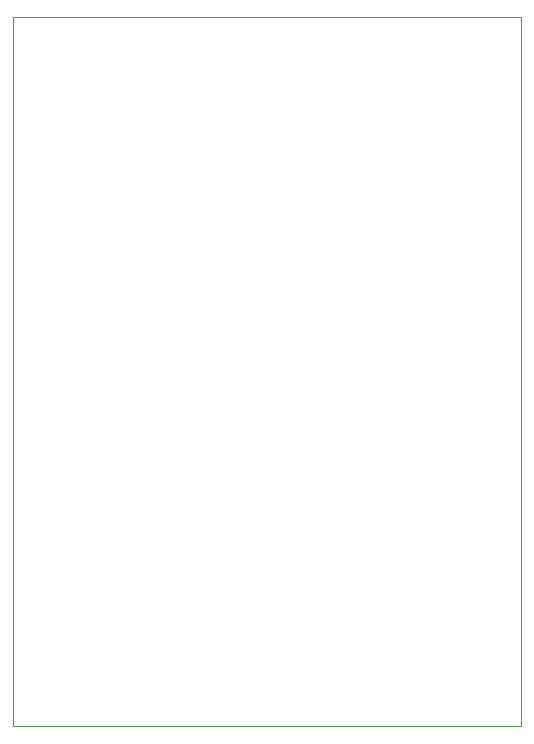
<source format=gbr>
%TF.GenerationSoftware,KiCad,Pcbnew,9.0.4-9.0.4-0~ubuntu24.04.1*%
%TF.CreationDate,2025-09-20T20:46:36+02:00*%
%TF.ProjectId,Sensor_Node_Base,53656e73-6f72-45f4-9e6f-64655f426173,rev?*%
%TF.SameCoordinates,Original*%
%TF.FileFunction,Profile,NP*%
%FSLAX46Y46*%
G04 Gerber Fmt 4.6, Leading zero omitted, Abs format (unit mm)*
G04 Created by KiCad (PCBNEW 9.0.4-9.0.4-0~ubuntu24.04.1) date 2025-09-20 20:46:36*
%MOMM*%
%LPD*%
G01*
G04 APERTURE LIST*
%TA.AperFunction,Profile*%
%ADD10C,0.050000*%
%TD*%
G04 APERTURE END LIST*
D10*
X121620000Y-78365825D02*
X164620000Y-78365825D01*
X164620000Y-138355825D01*
X121620000Y-138355825D01*
X121620000Y-78365825D01*
M02*

</source>
